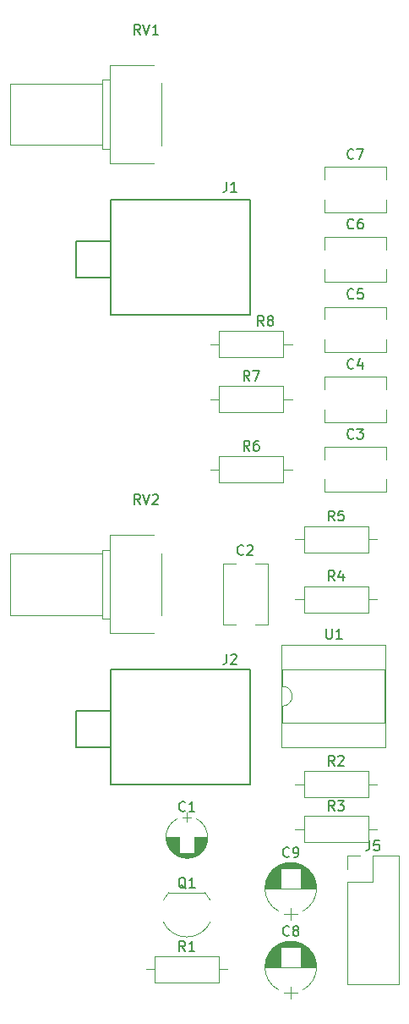
<source format=gbr>
G04 #@! TF.GenerationSoftware,KiCad,Pcbnew,9.0.0*
G04 #@! TF.CreationDate,2025-02-23T16:04:55-07:00*
G04 #@! TF.ProjectId,Noise_Gen_THT,4e6f6973-655f-4476-956e-5f5448542e6b,rev?*
G04 #@! TF.SameCoordinates,Original*
G04 #@! TF.FileFunction,Legend,Top*
G04 #@! TF.FilePolarity,Positive*
%FSLAX46Y46*%
G04 Gerber Fmt 4.6, Leading zero omitted, Abs format (unit mm)*
G04 Created by KiCad (PCBNEW 9.0.0) date 2025-02-23 16:04:55*
%MOMM*%
%LPD*%
G01*
G04 APERTURE LIST*
%ADD10C,0.150000*%
%ADD11C,0.120000*%
G04 APERTURE END LIST*
D10*
X11604666Y-18250819D02*
X11604666Y-18965104D01*
X11604666Y-18965104D02*
X11557047Y-19107961D01*
X11557047Y-19107961D02*
X11461809Y-19203200D01*
X11461809Y-19203200D02*
X11318952Y-19250819D01*
X11318952Y-19250819D02*
X11223714Y-19250819D01*
X12604666Y-19250819D02*
X12033238Y-19250819D01*
X12318952Y-19250819D02*
X12318952Y-18250819D01*
X12318952Y-18250819D02*
X12223714Y-18393676D01*
X12223714Y-18393676D02*
X12128476Y-18488914D01*
X12128476Y-18488914D02*
X12033238Y-18536533D01*
X11604666Y-65494819D02*
X11604666Y-66209104D01*
X11604666Y-66209104D02*
X11557047Y-66351961D01*
X11557047Y-66351961D02*
X11461809Y-66447200D01*
X11461809Y-66447200D02*
X11318952Y-66494819D01*
X11318952Y-66494819D02*
X11223714Y-66494819D01*
X12033238Y-65590057D02*
X12080857Y-65542438D01*
X12080857Y-65542438D02*
X12176095Y-65494819D01*
X12176095Y-65494819D02*
X12414190Y-65494819D01*
X12414190Y-65494819D02*
X12509428Y-65542438D01*
X12509428Y-65542438D02*
X12557047Y-65590057D01*
X12557047Y-65590057D02*
X12604666Y-65685295D01*
X12604666Y-65685295D02*
X12604666Y-65780533D01*
X12604666Y-65780533D02*
X12557047Y-65923390D01*
X12557047Y-65923390D02*
X11985619Y-66494819D01*
X11985619Y-66494819D02*
X12604666Y-66494819D01*
X2960761Y-3502819D02*
X2627428Y-3026628D01*
X2389333Y-3502819D02*
X2389333Y-2502819D01*
X2389333Y-2502819D02*
X2770285Y-2502819D01*
X2770285Y-2502819D02*
X2865523Y-2550438D01*
X2865523Y-2550438D02*
X2913142Y-2598057D01*
X2913142Y-2598057D02*
X2960761Y-2693295D01*
X2960761Y-2693295D02*
X2960761Y-2836152D01*
X2960761Y-2836152D02*
X2913142Y-2931390D01*
X2913142Y-2931390D02*
X2865523Y-2979009D01*
X2865523Y-2979009D02*
X2770285Y-3026628D01*
X2770285Y-3026628D02*
X2389333Y-3026628D01*
X3246476Y-2502819D02*
X3579809Y-3502819D01*
X3579809Y-3502819D02*
X3913142Y-2502819D01*
X4770285Y-3502819D02*
X4198857Y-3502819D01*
X4484571Y-3502819D02*
X4484571Y-2502819D01*
X4484571Y-2502819D02*
X4389333Y-2645676D01*
X4389333Y-2645676D02*
X4294095Y-2740914D01*
X4294095Y-2740914D02*
X4198857Y-2788533D01*
X2960761Y-50492819D02*
X2627428Y-50016628D01*
X2389333Y-50492819D02*
X2389333Y-49492819D01*
X2389333Y-49492819D02*
X2770285Y-49492819D01*
X2770285Y-49492819D02*
X2865523Y-49540438D01*
X2865523Y-49540438D02*
X2913142Y-49588057D01*
X2913142Y-49588057D02*
X2960761Y-49683295D01*
X2960761Y-49683295D02*
X2960761Y-49826152D01*
X2960761Y-49826152D02*
X2913142Y-49921390D01*
X2913142Y-49921390D02*
X2865523Y-49969009D01*
X2865523Y-49969009D02*
X2770285Y-50016628D01*
X2770285Y-50016628D02*
X2389333Y-50016628D01*
X3246476Y-49492819D02*
X3579809Y-50492819D01*
X3579809Y-50492819D02*
X3913142Y-49492819D01*
X4198857Y-49588057D02*
X4246476Y-49540438D01*
X4246476Y-49540438D02*
X4341714Y-49492819D01*
X4341714Y-49492819D02*
X4579809Y-49492819D01*
X4579809Y-49492819D02*
X4675047Y-49540438D01*
X4675047Y-49540438D02*
X4722666Y-49588057D01*
X4722666Y-49588057D02*
X4770285Y-49683295D01*
X4770285Y-49683295D02*
X4770285Y-49778533D01*
X4770285Y-49778533D02*
X4722666Y-49921390D01*
X4722666Y-49921390D02*
X4151238Y-50492819D01*
X4151238Y-50492819D02*
X4770285Y-50492819D01*
X7453333Y-81131580D02*
X7405714Y-81179200D01*
X7405714Y-81179200D02*
X7262857Y-81226819D01*
X7262857Y-81226819D02*
X7167619Y-81226819D01*
X7167619Y-81226819D02*
X7024762Y-81179200D01*
X7024762Y-81179200D02*
X6929524Y-81083961D01*
X6929524Y-81083961D02*
X6881905Y-80988723D01*
X6881905Y-80988723D02*
X6834286Y-80798247D01*
X6834286Y-80798247D02*
X6834286Y-80655390D01*
X6834286Y-80655390D02*
X6881905Y-80464914D01*
X6881905Y-80464914D02*
X6929524Y-80369676D01*
X6929524Y-80369676D02*
X7024762Y-80274438D01*
X7024762Y-80274438D02*
X7167619Y-80226819D01*
X7167619Y-80226819D02*
X7262857Y-80226819D01*
X7262857Y-80226819D02*
X7405714Y-80274438D01*
X7405714Y-80274438D02*
X7453333Y-80322057D01*
X8405714Y-81226819D02*
X7834286Y-81226819D01*
X8120000Y-81226819D02*
X8120000Y-80226819D01*
X8120000Y-80226819D02*
X8024762Y-80369676D01*
X8024762Y-80369676D02*
X7929524Y-80464914D01*
X7929524Y-80464914D02*
X7834286Y-80512533D01*
X24333333Y-36849580D02*
X24285714Y-36897200D01*
X24285714Y-36897200D02*
X24142857Y-36944819D01*
X24142857Y-36944819D02*
X24047619Y-36944819D01*
X24047619Y-36944819D02*
X23904762Y-36897200D01*
X23904762Y-36897200D02*
X23809524Y-36801961D01*
X23809524Y-36801961D02*
X23761905Y-36706723D01*
X23761905Y-36706723D02*
X23714286Y-36516247D01*
X23714286Y-36516247D02*
X23714286Y-36373390D01*
X23714286Y-36373390D02*
X23761905Y-36182914D01*
X23761905Y-36182914D02*
X23809524Y-36087676D01*
X23809524Y-36087676D02*
X23904762Y-35992438D01*
X23904762Y-35992438D02*
X24047619Y-35944819D01*
X24047619Y-35944819D02*
X24142857Y-35944819D01*
X24142857Y-35944819D02*
X24285714Y-35992438D01*
X24285714Y-35992438D02*
X24333333Y-36040057D01*
X25190476Y-36278152D02*
X25190476Y-36944819D01*
X24952381Y-35897200D02*
X24714286Y-36611485D01*
X24714286Y-36611485D02*
X25333333Y-36611485D01*
X24333333Y-29849580D02*
X24285714Y-29897200D01*
X24285714Y-29897200D02*
X24142857Y-29944819D01*
X24142857Y-29944819D02*
X24047619Y-29944819D01*
X24047619Y-29944819D02*
X23904762Y-29897200D01*
X23904762Y-29897200D02*
X23809524Y-29801961D01*
X23809524Y-29801961D02*
X23761905Y-29706723D01*
X23761905Y-29706723D02*
X23714286Y-29516247D01*
X23714286Y-29516247D02*
X23714286Y-29373390D01*
X23714286Y-29373390D02*
X23761905Y-29182914D01*
X23761905Y-29182914D02*
X23809524Y-29087676D01*
X23809524Y-29087676D02*
X23904762Y-28992438D01*
X23904762Y-28992438D02*
X24047619Y-28944819D01*
X24047619Y-28944819D02*
X24142857Y-28944819D01*
X24142857Y-28944819D02*
X24285714Y-28992438D01*
X24285714Y-28992438D02*
X24333333Y-29040057D01*
X25238095Y-28944819D02*
X24761905Y-28944819D01*
X24761905Y-28944819D02*
X24714286Y-29421009D01*
X24714286Y-29421009D02*
X24761905Y-29373390D01*
X24761905Y-29373390D02*
X24857143Y-29325771D01*
X24857143Y-29325771D02*
X25095238Y-29325771D01*
X25095238Y-29325771D02*
X25190476Y-29373390D01*
X25190476Y-29373390D02*
X25238095Y-29421009D01*
X25238095Y-29421009D02*
X25285714Y-29516247D01*
X25285714Y-29516247D02*
X25285714Y-29754342D01*
X25285714Y-29754342D02*
X25238095Y-29849580D01*
X25238095Y-29849580D02*
X25190476Y-29897200D01*
X25190476Y-29897200D02*
X25095238Y-29944819D01*
X25095238Y-29944819D02*
X24857143Y-29944819D01*
X24857143Y-29944819D02*
X24761905Y-29897200D01*
X24761905Y-29897200D02*
X24714286Y-29849580D01*
X24333333Y-22849580D02*
X24285714Y-22897200D01*
X24285714Y-22897200D02*
X24142857Y-22944819D01*
X24142857Y-22944819D02*
X24047619Y-22944819D01*
X24047619Y-22944819D02*
X23904762Y-22897200D01*
X23904762Y-22897200D02*
X23809524Y-22801961D01*
X23809524Y-22801961D02*
X23761905Y-22706723D01*
X23761905Y-22706723D02*
X23714286Y-22516247D01*
X23714286Y-22516247D02*
X23714286Y-22373390D01*
X23714286Y-22373390D02*
X23761905Y-22182914D01*
X23761905Y-22182914D02*
X23809524Y-22087676D01*
X23809524Y-22087676D02*
X23904762Y-21992438D01*
X23904762Y-21992438D02*
X24047619Y-21944819D01*
X24047619Y-21944819D02*
X24142857Y-21944819D01*
X24142857Y-21944819D02*
X24285714Y-21992438D01*
X24285714Y-21992438D02*
X24333333Y-22040057D01*
X25190476Y-21944819D02*
X25000000Y-21944819D01*
X25000000Y-21944819D02*
X24904762Y-21992438D01*
X24904762Y-21992438D02*
X24857143Y-22040057D01*
X24857143Y-22040057D02*
X24761905Y-22182914D01*
X24761905Y-22182914D02*
X24714286Y-22373390D01*
X24714286Y-22373390D02*
X24714286Y-22754342D01*
X24714286Y-22754342D02*
X24761905Y-22849580D01*
X24761905Y-22849580D02*
X24809524Y-22897200D01*
X24809524Y-22897200D02*
X24904762Y-22944819D01*
X24904762Y-22944819D02*
X25095238Y-22944819D01*
X25095238Y-22944819D02*
X25190476Y-22897200D01*
X25190476Y-22897200D02*
X25238095Y-22849580D01*
X25238095Y-22849580D02*
X25285714Y-22754342D01*
X25285714Y-22754342D02*
X25285714Y-22516247D01*
X25285714Y-22516247D02*
X25238095Y-22421009D01*
X25238095Y-22421009D02*
X25190476Y-22373390D01*
X25190476Y-22373390D02*
X25095238Y-22325771D01*
X25095238Y-22325771D02*
X24904762Y-22325771D01*
X24904762Y-22325771D02*
X24809524Y-22373390D01*
X24809524Y-22373390D02*
X24761905Y-22421009D01*
X24761905Y-22421009D02*
X24714286Y-22516247D01*
X24333333Y-15849580D02*
X24285714Y-15897200D01*
X24285714Y-15897200D02*
X24142857Y-15944819D01*
X24142857Y-15944819D02*
X24047619Y-15944819D01*
X24047619Y-15944819D02*
X23904762Y-15897200D01*
X23904762Y-15897200D02*
X23809524Y-15801961D01*
X23809524Y-15801961D02*
X23761905Y-15706723D01*
X23761905Y-15706723D02*
X23714286Y-15516247D01*
X23714286Y-15516247D02*
X23714286Y-15373390D01*
X23714286Y-15373390D02*
X23761905Y-15182914D01*
X23761905Y-15182914D02*
X23809524Y-15087676D01*
X23809524Y-15087676D02*
X23904762Y-14992438D01*
X23904762Y-14992438D02*
X24047619Y-14944819D01*
X24047619Y-14944819D02*
X24142857Y-14944819D01*
X24142857Y-14944819D02*
X24285714Y-14992438D01*
X24285714Y-14992438D02*
X24333333Y-15040057D01*
X24666667Y-14944819D02*
X25333333Y-14944819D01*
X25333333Y-14944819D02*
X24904762Y-15944819D01*
X17867333Y-93577580D02*
X17819714Y-93625200D01*
X17819714Y-93625200D02*
X17676857Y-93672819D01*
X17676857Y-93672819D02*
X17581619Y-93672819D01*
X17581619Y-93672819D02*
X17438762Y-93625200D01*
X17438762Y-93625200D02*
X17343524Y-93529961D01*
X17343524Y-93529961D02*
X17295905Y-93434723D01*
X17295905Y-93434723D02*
X17248286Y-93244247D01*
X17248286Y-93244247D02*
X17248286Y-93101390D01*
X17248286Y-93101390D02*
X17295905Y-92910914D01*
X17295905Y-92910914D02*
X17343524Y-92815676D01*
X17343524Y-92815676D02*
X17438762Y-92720438D01*
X17438762Y-92720438D02*
X17581619Y-92672819D01*
X17581619Y-92672819D02*
X17676857Y-92672819D01*
X17676857Y-92672819D02*
X17819714Y-92720438D01*
X17819714Y-92720438D02*
X17867333Y-92768057D01*
X18438762Y-93101390D02*
X18343524Y-93053771D01*
X18343524Y-93053771D02*
X18295905Y-93006152D01*
X18295905Y-93006152D02*
X18248286Y-92910914D01*
X18248286Y-92910914D02*
X18248286Y-92863295D01*
X18248286Y-92863295D02*
X18295905Y-92768057D01*
X18295905Y-92768057D02*
X18343524Y-92720438D01*
X18343524Y-92720438D02*
X18438762Y-92672819D01*
X18438762Y-92672819D02*
X18629238Y-92672819D01*
X18629238Y-92672819D02*
X18724476Y-92720438D01*
X18724476Y-92720438D02*
X18772095Y-92768057D01*
X18772095Y-92768057D02*
X18819714Y-92863295D01*
X18819714Y-92863295D02*
X18819714Y-92910914D01*
X18819714Y-92910914D02*
X18772095Y-93006152D01*
X18772095Y-93006152D02*
X18724476Y-93053771D01*
X18724476Y-93053771D02*
X18629238Y-93101390D01*
X18629238Y-93101390D02*
X18438762Y-93101390D01*
X18438762Y-93101390D02*
X18343524Y-93149009D01*
X18343524Y-93149009D02*
X18295905Y-93196628D01*
X18295905Y-93196628D02*
X18248286Y-93291866D01*
X18248286Y-93291866D02*
X18248286Y-93482342D01*
X18248286Y-93482342D02*
X18295905Y-93577580D01*
X18295905Y-93577580D02*
X18343524Y-93625200D01*
X18343524Y-93625200D02*
X18438762Y-93672819D01*
X18438762Y-93672819D02*
X18629238Y-93672819D01*
X18629238Y-93672819D02*
X18724476Y-93625200D01*
X18724476Y-93625200D02*
X18772095Y-93577580D01*
X18772095Y-93577580D02*
X18819714Y-93482342D01*
X18819714Y-93482342D02*
X18819714Y-93291866D01*
X18819714Y-93291866D02*
X18772095Y-93196628D01*
X18772095Y-93196628D02*
X18724476Y-93149009D01*
X18724476Y-93149009D02*
X18629238Y-93101390D01*
X17867333Y-85703580D02*
X17819714Y-85751200D01*
X17819714Y-85751200D02*
X17676857Y-85798819D01*
X17676857Y-85798819D02*
X17581619Y-85798819D01*
X17581619Y-85798819D02*
X17438762Y-85751200D01*
X17438762Y-85751200D02*
X17343524Y-85655961D01*
X17343524Y-85655961D02*
X17295905Y-85560723D01*
X17295905Y-85560723D02*
X17248286Y-85370247D01*
X17248286Y-85370247D02*
X17248286Y-85227390D01*
X17248286Y-85227390D02*
X17295905Y-85036914D01*
X17295905Y-85036914D02*
X17343524Y-84941676D01*
X17343524Y-84941676D02*
X17438762Y-84846438D01*
X17438762Y-84846438D02*
X17581619Y-84798819D01*
X17581619Y-84798819D02*
X17676857Y-84798819D01*
X17676857Y-84798819D02*
X17819714Y-84846438D01*
X17819714Y-84846438D02*
X17867333Y-84894057D01*
X18343524Y-85798819D02*
X18534000Y-85798819D01*
X18534000Y-85798819D02*
X18629238Y-85751200D01*
X18629238Y-85751200D02*
X18676857Y-85703580D01*
X18676857Y-85703580D02*
X18772095Y-85560723D01*
X18772095Y-85560723D02*
X18819714Y-85370247D01*
X18819714Y-85370247D02*
X18819714Y-84989295D01*
X18819714Y-84989295D02*
X18772095Y-84894057D01*
X18772095Y-84894057D02*
X18724476Y-84846438D01*
X18724476Y-84846438D02*
X18629238Y-84798819D01*
X18629238Y-84798819D02*
X18438762Y-84798819D01*
X18438762Y-84798819D02*
X18343524Y-84846438D01*
X18343524Y-84846438D02*
X18295905Y-84894057D01*
X18295905Y-84894057D02*
X18248286Y-84989295D01*
X18248286Y-84989295D02*
X18248286Y-85227390D01*
X18248286Y-85227390D02*
X18295905Y-85322628D01*
X18295905Y-85322628D02*
X18343524Y-85370247D01*
X18343524Y-85370247D02*
X18438762Y-85417866D01*
X18438762Y-85417866D02*
X18629238Y-85417866D01*
X18629238Y-85417866D02*
X18724476Y-85370247D01*
X18724476Y-85370247D02*
X18772095Y-85322628D01*
X18772095Y-85322628D02*
X18819714Y-85227390D01*
X25936666Y-84124819D02*
X25936666Y-84839104D01*
X25936666Y-84839104D02*
X25889047Y-84981961D01*
X25889047Y-84981961D02*
X25793809Y-85077200D01*
X25793809Y-85077200D02*
X25650952Y-85124819D01*
X25650952Y-85124819D02*
X25555714Y-85124819D01*
X26889047Y-84124819D02*
X26412857Y-84124819D01*
X26412857Y-84124819D02*
X26365238Y-84601009D01*
X26365238Y-84601009D02*
X26412857Y-84553390D01*
X26412857Y-84553390D02*
X26508095Y-84505771D01*
X26508095Y-84505771D02*
X26746190Y-84505771D01*
X26746190Y-84505771D02*
X26841428Y-84553390D01*
X26841428Y-84553390D02*
X26889047Y-84601009D01*
X26889047Y-84601009D02*
X26936666Y-84696247D01*
X26936666Y-84696247D02*
X26936666Y-84934342D01*
X26936666Y-84934342D02*
X26889047Y-85029580D01*
X26889047Y-85029580D02*
X26841428Y-85077200D01*
X26841428Y-85077200D02*
X26746190Y-85124819D01*
X26746190Y-85124819D02*
X26508095Y-85124819D01*
X26508095Y-85124819D02*
X26412857Y-85077200D01*
X26412857Y-85077200D02*
X26365238Y-85029580D01*
X7524761Y-88942057D02*
X7429523Y-88894438D01*
X7429523Y-88894438D02*
X7334285Y-88799200D01*
X7334285Y-88799200D02*
X7191428Y-88656342D01*
X7191428Y-88656342D02*
X7096190Y-88608723D01*
X7096190Y-88608723D02*
X7000952Y-88608723D01*
X7048571Y-88846819D02*
X6953333Y-88799200D01*
X6953333Y-88799200D02*
X6858095Y-88703961D01*
X6858095Y-88703961D02*
X6810476Y-88513485D01*
X6810476Y-88513485D02*
X6810476Y-88180152D01*
X6810476Y-88180152D02*
X6858095Y-87989676D01*
X6858095Y-87989676D02*
X6953333Y-87894438D01*
X6953333Y-87894438D02*
X7048571Y-87846819D01*
X7048571Y-87846819D02*
X7239047Y-87846819D01*
X7239047Y-87846819D02*
X7334285Y-87894438D01*
X7334285Y-87894438D02*
X7429523Y-87989676D01*
X7429523Y-87989676D02*
X7477142Y-88180152D01*
X7477142Y-88180152D02*
X7477142Y-88513485D01*
X7477142Y-88513485D02*
X7429523Y-88703961D01*
X7429523Y-88703961D02*
X7334285Y-88799200D01*
X7334285Y-88799200D02*
X7239047Y-88846819D01*
X7239047Y-88846819D02*
X7048571Y-88846819D01*
X8429523Y-88846819D02*
X7858095Y-88846819D01*
X8143809Y-88846819D02*
X8143809Y-87846819D01*
X8143809Y-87846819D02*
X8048571Y-87989676D01*
X8048571Y-87989676D02*
X7953333Y-88084914D01*
X7953333Y-88084914D02*
X7858095Y-88132533D01*
X7453333Y-95196819D02*
X7120000Y-94720628D01*
X6881905Y-95196819D02*
X6881905Y-94196819D01*
X6881905Y-94196819D02*
X7262857Y-94196819D01*
X7262857Y-94196819D02*
X7358095Y-94244438D01*
X7358095Y-94244438D02*
X7405714Y-94292057D01*
X7405714Y-94292057D02*
X7453333Y-94387295D01*
X7453333Y-94387295D02*
X7453333Y-94530152D01*
X7453333Y-94530152D02*
X7405714Y-94625390D01*
X7405714Y-94625390D02*
X7358095Y-94673009D01*
X7358095Y-94673009D02*
X7262857Y-94720628D01*
X7262857Y-94720628D02*
X6881905Y-94720628D01*
X8405714Y-95196819D02*
X7834286Y-95196819D01*
X8120000Y-95196819D02*
X8120000Y-94196819D01*
X8120000Y-94196819D02*
X8024762Y-94339676D01*
X8024762Y-94339676D02*
X7929524Y-94434914D01*
X7929524Y-94434914D02*
X7834286Y-94482533D01*
X22413333Y-76644819D02*
X22080000Y-76168628D01*
X21841905Y-76644819D02*
X21841905Y-75644819D01*
X21841905Y-75644819D02*
X22222857Y-75644819D01*
X22222857Y-75644819D02*
X22318095Y-75692438D01*
X22318095Y-75692438D02*
X22365714Y-75740057D01*
X22365714Y-75740057D02*
X22413333Y-75835295D01*
X22413333Y-75835295D02*
X22413333Y-75978152D01*
X22413333Y-75978152D02*
X22365714Y-76073390D01*
X22365714Y-76073390D02*
X22318095Y-76121009D01*
X22318095Y-76121009D02*
X22222857Y-76168628D01*
X22222857Y-76168628D02*
X21841905Y-76168628D01*
X22794286Y-75740057D02*
X22841905Y-75692438D01*
X22841905Y-75692438D02*
X22937143Y-75644819D01*
X22937143Y-75644819D02*
X23175238Y-75644819D01*
X23175238Y-75644819D02*
X23270476Y-75692438D01*
X23270476Y-75692438D02*
X23318095Y-75740057D01*
X23318095Y-75740057D02*
X23365714Y-75835295D01*
X23365714Y-75835295D02*
X23365714Y-75930533D01*
X23365714Y-75930533D02*
X23318095Y-76073390D01*
X23318095Y-76073390D02*
X22746667Y-76644819D01*
X22746667Y-76644819D02*
X23365714Y-76644819D01*
X22413333Y-81144819D02*
X22080000Y-80668628D01*
X21841905Y-81144819D02*
X21841905Y-80144819D01*
X21841905Y-80144819D02*
X22222857Y-80144819D01*
X22222857Y-80144819D02*
X22318095Y-80192438D01*
X22318095Y-80192438D02*
X22365714Y-80240057D01*
X22365714Y-80240057D02*
X22413333Y-80335295D01*
X22413333Y-80335295D02*
X22413333Y-80478152D01*
X22413333Y-80478152D02*
X22365714Y-80573390D01*
X22365714Y-80573390D02*
X22318095Y-80621009D01*
X22318095Y-80621009D02*
X22222857Y-80668628D01*
X22222857Y-80668628D02*
X21841905Y-80668628D01*
X22746667Y-80144819D02*
X23365714Y-80144819D01*
X23365714Y-80144819D02*
X23032381Y-80525771D01*
X23032381Y-80525771D02*
X23175238Y-80525771D01*
X23175238Y-80525771D02*
X23270476Y-80573390D01*
X23270476Y-80573390D02*
X23318095Y-80621009D01*
X23318095Y-80621009D02*
X23365714Y-80716247D01*
X23365714Y-80716247D02*
X23365714Y-80954342D01*
X23365714Y-80954342D02*
X23318095Y-81049580D01*
X23318095Y-81049580D02*
X23270476Y-81097200D01*
X23270476Y-81097200D02*
X23175238Y-81144819D01*
X23175238Y-81144819D02*
X22889524Y-81144819D01*
X22889524Y-81144819D02*
X22794286Y-81097200D01*
X22794286Y-81097200D02*
X22746667Y-81049580D01*
X22413333Y-58144819D02*
X22080000Y-57668628D01*
X21841905Y-58144819D02*
X21841905Y-57144819D01*
X21841905Y-57144819D02*
X22222857Y-57144819D01*
X22222857Y-57144819D02*
X22318095Y-57192438D01*
X22318095Y-57192438D02*
X22365714Y-57240057D01*
X22365714Y-57240057D02*
X22413333Y-57335295D01*
X22413333Y-57335295D02*
X22413333Y-57478152D01*
X22413333Y-57478152D02*
X22365714Y-57573390D01*
X22365714Y-57573390D02*
X22318095Y-57621009D01*
X22318095Y-57621009D02*
X22222857Y-57668628D01*
X22222857Y-57668628D02*
X21841905Y-57668628D01*
X23270476Y-57478152D02*
X23270476Y-58144819D01*
X23032381Y-57097200D02*
X22794286Y-57811485D01*
X22794286Y-57811485D02*
X23413333Y-57811485D01*
X22413333Y-52144819D02*
X22080000Y-51668628D01*
X21841905Y-52144819D02*
X21841905Y-51144819D01*
X21841905Y-51144819D02*
X22222857Y-51144819D01*
X22222857Y-51144819D02*
X22318095Y-51192438D01*
X22318095Y-51192438D02*
X22365714Y-51240057D01*
X22365714Y-51240057D02*
X22413333Y-51335295D01*
X22413333Y-51335295D02*
X22413333Y-51478152D01*
X22413333Y-51478152D02*
X22365714Y-51573390D01*
X22365714Y-51573390D02*
X22318095Y-51621009D01*
X22318095Y-51621009D02*
X22222857Y-51668628D01*
X22222857Y-51668628D02*
X21841905Y-51668628D01*
X23318095Y-51144819D02*
X22841905Y-51144819D01*
X22841905Y-51144819D02*
X22794286Y-51621009D01*
X22794286Y-51621009D02*
X22841905Y-51573390D01*
X22841905Y-51573390D02*
X22937143Y-51525771D01*
X22937143Y-51525771D02*
X23175238Y-51525771D01*
X23175238Y-51525771D02*
X23270476Y-51573390D01*
X23270476Y-51573390D02*
X23318095Y-51621009D01*
X23318095Y-51621009D02*
X23365714Y-51716247D01*
X23365714Y-51716247D02*
X23365714Y-51954342D01*
X23365714Y-51954342D02*
X23318095Y-52049580D01*
X23318095Y-52049580D02*
X23270476Y-52097200D01*
X23270476Y-52097200D02*
X23175238Y-52144819D01*
X23175238Y-52144819D02*
X22937143Y-52144819D01*
X22937143Y-52144819D02*
X22841905Y-52097200D01*
X22841905Y-52097200D02*
X22794286Y-52049580D01*
X13913333Y-45144819D02*
X13580000Y-44668628D01*
X13341905Y-45144819D02*
X13341905Y-44144819D01*
X13341905Y-44144819D02*
X13722857Y-44144819D01*
X13722857Y-44144819D02*
X13818095Y-44192438D01*
X13818095Y-44192438D02*
X13865714Y-44240057D01*
X13865714Y-44240057D02*
X13913333Y-44335295D01*
X13913333Y-44335295D02*
X13913333Y-44478152D01*
X13913333Y-44478152D02*
X13865714Y-44573390D01*
X13865714Y-44573390D02*
X13818095Y-44621009D01*
X13818095Y-44621009D02*
X13722857Y-44668628D01*
X13722857Y-44668628D02*
X13341905Y-44668628D01*
X14770476Y-44144819D02*
X14580000Y-44144819D01*
X14580000Y-44144819D02*
X14484762Y-44192438D01*
X14484762Y-44192438D02*
X14437143Y-44240057D01*
X14437143Y-44240057D02*
X14341905Y-44382914D01*
X14341905Y-44382914D02*
X14294286Y-44573390D01*
X14294286Y-44573390D02*
X14294286Y-44954342D01*
X14294286Y-44954342D02*
X14341905Y-45049580D01*
X14341905Y-45049580D02*
X14389524Y-45097200D01*
X14389524Y-45097200D02*
X14484762Y-45144819D01*
X14484762Y-45144819D02*
X14675238Y-45144819D01*
X14675238Y-45144819D02*
X14770476Y-45097200D01*
X14770476Y-45097200D02*
X14818095Y-45049580D01*
X14818095Y-45049580D02*
X14865714Y-44954342D01*
X14865714Y-44954342D02*
X14865714Y-44716247D01*
X14865714Y-44716247D02*
X14818095Y-44621009D01*
X14818095Y-44621009D02*
X14770476Y-44573390D01*
X14770476Y-44573390D02*
X14675238Y-44525771D01*
X14675238Y-44525771D02*
X14484762Y-44525771D01*
X14484762Y-44525771D02*
X14389524Y-44573390D01*
X14389524Y-44573390D02*
X14341905Y-44621009D01*
X14341905Y-44621009D02*
X14294286Y-44716247D01*
X13913333Y-38144819D02*
X13580000Y-37668628D01*
X13341905Y-38144819D02*
X13341905Y-37144819D01*
X13341905Y-37144819D02*
X13722857Y-37144819D01*
X13722857Y-37144819D02*
X13818095Y-37192438D01*
X13818095Y-37192438D02*
X13865714Y-37240057D01*
X13865714Y-37240057D02*
X13913333Y-37335295D01*
X13913333Y-37335295D02*
X13913333Y-37478152D01*
X13913333Y-37478152D02*
X13865714Y-37573390D01*
X13865714Y-37573390D02*
X13818095Y-37621009D01*
X13818095Y-37621009D02*
X13722857Y-37668628D01*
X13722857Y-37668628D02*
X13341905Y-37668628D01*
X14246667Y-37144819D02*
X14913333Y-37144819D01*
X14913333Y-37144819D02*
X14484762Y-38144819D01*
X15327333Y-32644819D02*
X14994000Y-32168628D01*
X14755905Y-32644819D02*
X14755905Y-31644819D01*
X14755905Y-31644819D02*
X15136857Y-31644819D01*
X15136857Y-31644819D02*
X15232095Y-31692438D01*
X15232095Y-31692438D02*
X15279714Y-31740057D01*
X15279714Y-31740057D02*
X15327333Y-31835295D01*
X15327333Y-31835295D02*
X15327333Y-31978152D01*
X15327333Y-31978152D02*
X15279714Y-32073390D01*
X15279714Y-32073390D02*
X15232095Y-32121009D01*
X15232095Y-32121009D02*
X15136857Y-32168628D01*
X15136857Y-32168628D02*
X14755905Y-32168628D01*
X15898762Y-32073390D02*
X15803524Y-32025771D01*
X15803524Y-32025771D02*
X15755905Y-31978152D01*
X15755905Y-31978152D02*
X15708286Y-31882914D01*
X15708286Y-31882914D02*
X15708286Y-31835295D01*
X15708286Y-31835295D02*
X15755905Y-31740057D01*
X15755905Y-31740057D02*
X15803524Y-31692438D01*
X15803524Y-31692438D02*
X15898762Y-31644819D01*
X15898762Y-31644819D02*
X16089238Y-31644819D01*
X16089238Y-31644819D02*
X16184476Y-31692438D01*
X16184476Y-31692438D02*
X16232095Y-31740057D01*
X16232095Y-31740057D02*
X16279714Y-31835295D01*
X16279714Y-31835295D02*
X16279714Y-31882914D01*
X16279714Y-31882914D02*
X16232095Y-31978152D01*
X16232095Y-31978152D02*
X16184476Y-32025771D01*
X16184476Y-32025771D02*
X16089238Y-32073390D01*
X16089238Y-32073390D02*
X15898762Y-32073390D01*
X15898762Y-32073390D02*
X15803524Y-32121009D01*
X15803524Y-32121009D02*
X15755905Y-32168628D01*
X15755905Y-32168628D02*
X15708286Y-32263866D01*
X15708286Y-32263866D02*
X15708286Y-32454342D01*
X15708286Y-32454342D02*
X15755905Y-32549580D01*
X15755905Y-32549580D02*
X15803524Y-32597200D01*
X15803524Y-32597200D02*
X15898762Y-32644819D01*
X15898762Y-32644819D02*
X16089238Y-32644819D01*
X16089238Y-32644819D02*
X16184476Y-32597200D01*
X16184476Y-32597200D02*
X16232095Y-32549580D01*
X16232095Y-32549580D02*
X16279714Y-32454342D01*
X16279714Y-32454342D02*
X16279714Y-32263866D01*
X16279714Y-32263866D02*
X16232095Y-32168628D01*
X16232095Y-32168628D02*
X16184476Y-32121009D01*
X16184476Y-32121009D02*
X16089238Y-32073390D01*
X24333333Y-43849580D02*
X24285714Y-43897200D01*
X24285714Y-43897200D02*
X24142857Y-43944819D01*
X24142857Y-43944819D02*
X24047619Y-43944819D01*
X24047619Y-43944819D02*
X23904762Y-43897200D01*
X23904762Y-43897200D02*
X23809524Y-43801961D01*
X23809524Y-43801961D02*
X23761905Y-43706723D01*
X23761905Y-43706723D02*
X23714286Y-43516247D01*
X23714286Y-43516247D02*
X23714286Y-43373390D01*
X23714286Y-43373390D02*
X23761905Y-43182914D01*
X23761905Y-43182914D02*
X23809524Y-43087676D01*
X23809524Y-43087676D02*
X23904762Y-42992438D01*
X23904762Y-42992438D02*
X24047619Y-42944819D01*
X24047619Y-42944819D02*
X24142857Y-42944819D01*
X24142857Y-42944819D02*
X24285714Y-42992438D01*
X24285714Y-42992438D02*
X24333333Y-43040057D01*
X24666667Y-42944819D02*
X25285714Y-42944819D01*
X25285714Y-42944819D02*
X24952381Y-43325771D01*
X24952381Y-43325771D02*
X25095238Y-43325771D01*
X25095238Y-43325771D02*
X25190476Y-43373390D01*
X25190476Y-43373390D02*
X25238095Y-43421009D01*
X25238095Y-43421009D02*
X25285714Y-43516247D01*
X25285714Y-43516247D02*
X25285714Y-43754342D01*
X25285714Y-43754342D02*
X25238095Y-43849580D01*
X25238095Y-43849580D02*
X25190476Y-43897200D01*
X25190476Y-43897200D02*
X25095238Y-43944819D01*
X25095238Y-43944819D02*
X24809524Y-43944819D01*
X24809524Y-43944819D02*
X24714286Y-43897200D01*
X24714286Y-43897200D02*
X24666667Y-43849580D01*
X21590095Y-62954819D02*
X21590095Y-63764342D01*
X21590095Y-63764342D02*
X21637714Y-63859580D01*
X21637714Y-63859580D02*
X21685333Y-63907200D01*
X21685333Y-63907200D02*
X21780571Y-63954819D01*
X21780571Y-63954819D02*
X21971047Y-63954819D01*
X21971047Y-63954819D02*
X22066285Y-63907200D01*
X22066285Y-63907200D02*
X22113904Y-63859580D01*
X22113904Y-63859580D02*
X22161523Y-63764342D01*
X22161523Y-63764342D02*
X22161523Y-62954819D01*
X23161523Y-63954819D02*
X22590095Y-63954819D01*
X22875809Y-63954819D02*
X22875809Y-62954819D01*
X22875809Y-62954819D02*
X22780571Y-63097676D01*
X22780571Y-63097676D02*
X22685333Y-63192914D01*
X22685333Y-63192914D02*
X22590095Y-63240533D01*
X13295333Y-55477580D02*
X13247714Y-55525200D01*
X13247714Y-55525200D02*
X13104857Y-55572819D01*
X13104857Y-55572819D02*
X13009619Y-55572819D01*
X13009619Y-55572819D02*
X12866762Y-55525200D01*
X12866762Y-55525200D02*
X12771524Y-55429961D01*
X12771524Y-55429961D02*
X12723905Y-55334723D01*
X12723905Y-55334723D02*
X12676286Y-55144247D01*
X12676286Y-55144247D02*
X12676286Y-55001390D01*
X12676286Y-55001390D02*
X12723905Y-54810914D01*
X12723905Y-54810914D02*
X12771524Y-54715676D01*
X12771524Y-54715676D02*
X12866762Y-54620438D01*
X12866762Y-54620438D02*
X13009619Y-54572819D01*
X13009619Y-54572819D02*
X13104857Y-54572819D01*
X13104857Y-54572819D02*
X13247714Y-54620438D01*
X13247714Y-54620438D02*
X13295333Y-54668057D01*
X13676286Y-54668057D02*
X13723905Y-54620438D01*
X13723905Y-54620438D02*
X13819143Y-54572819D01*
X13819143Y-54572819D02*
X14057238Y-54572819D01*
X14057238Y-54572819D02*
X14152476Y-54620438D01*
X14152476Y-54620438D02*
X14200095Y-54668057D01*
X14200095Y-54668057D02*
X14247714Y-54763295D01*
X14247714Y-54763295D02*
X14247714Y-54858533D01*
X14247714Y-54858533D02*
X14200095Y-55001390D01*
X14200095Y-55001390D02*
X13628667Y-55572819D01*
X13628667Y-55572819D02*
X14247714Y-55572819D01*
X-3500000Y-24200000D02*
X-3500000Y-27800000D01*
X0Y-20000000D02*
X14000000Y-20000000D01*
X0Y-24200000D02*
X-3500000Y-24200000D01*
X0Y-27800000D02*
X-3500000Y-27800000D01*
X0Y-31500000D02*
X0Y-20000000D01*
X14000000Y-20000000D02*
X14000000Y-31500000D01*
X14000000Y-31500000D02*
X0Y-31500000D01*
X-3500000Y-71200000D02*
X-3500000Y-74800000D01*
X0Y-67000000D02*
X14000000Y-67000000D01*
X0Y-71200000D02*
X-3500000Y-71200000D01*
X0Y-74800000D02*
X-3500000Y-74800000D01*
X0Y-78500000D02*
X0Y-67000000D01*
X14000000Y-67000000D02*
X14000000Y-78500000D01*
X14000000Y-78500000D02*
X0Y-78500000D01*
D11*
X-10060000Y-14560000D02*
X-10060000Y-8440000D01*
X-860000Y-8440000D02*
X-10060000Y-8440000D01*
X-860000Y-14560000D02*
X-10060000Y-14560000D01*
X-860000Y-14560000D02*
X-860000Y-8440000D01*
X-860000Y-14960000D02*
X-860000Y-8040000D01*
X-60000Y-8040000D02*
X-860000Y-8040000D01*
X-60000Y-14960000D02*
X-860000Y-14960000D01*
X-60000Y-14960000D02*
X-60000Y-8040000D01*
X-60000Y-16410000D02*
X-60000Y-6590000D01*
X4305000Y-6590000D02*
X-60000Y-6590000D01*
X4305000Y-16410000D02*
X-60000Y-16410000D01*
X5060000Y-14625000D02*
X5060000Y-8375000D01*
X-10060000Y-61560000D02*
X-10060000Y-55440000D01*
X-860000Y-55440000D02*
X-10060000Y-55440000D01*
X-860000Y-61560000D02*
X-10060000Y-61560000D01*
X-860000Y-61560000D02*
X-860000Y-55440000D01*
X-860000Y-61960000D02*
X-860000Y-55040000D01*
X-60000Y-55040000D02*
X-860000Y-55040000D01*
X-60000Y-61960000D02*
X-860000Y-61960000D01*
X-60000Y-61960000D02*
X-60000Y-55040000D01*
X-60000Y-63410000D02*
X-60000Y-53590000D01*
X4305000Y-53590000D02*
X-60000Y-53590000D01*
X4305000Y-63410000D02*
X-60000Y-63410000D01*
X5060000Y-61625000D02*
X5060000Y-55375000D01*
X6840000Y-83808000D02*
X5570000Y-83808000D01*
X6840000Y-83848000D02*
X5570000Y-83848000D01*
X6840000Y-83888000D02*
X5571000Y-83888000D01*
X6840000Y-83928000D02*
X5573000Y-83928000D01*
X6840000Y-83968000D02*
X5576000Y-83968000D01*
X6840000Y-84008000D02*
X5579000Y-84008000D01*
X6840000Y-84048000D02*
X5583000Y-84048000D01*
X6840000Y-84088000D02*
X5588000Y-84088000D01*
X6840000Y-84128000D02*
X5594000Y-84128000D01*
X6840000Y-84168000D02*
X5601000Y-84168000D01*
X6840000Y-84208000D02*
X5608000Y-84208000D01*
X6840000Y-84248000D02*
X5616000Y-84248000D01*
X6840000Y-84288000D02*
X5625000Y-84288000D01*
X6840000Y-84328000D02*
X5635000Y-84328000D01*
X6840000Y-84368000D02*
X5646000Y-84368000D01*
X6840000Y-84408000D02*
X5657000Y-84408000D01*
X6840000Y-84448000D02*
X5670000Y-84448000D01*
X6840000Y-84488000D02*
X5683000Y-84488000D01*
X6840000Y-84529000D02*
X5697000Y-84529000D01*
X6840000Y-84569000D02*
X5713000Y-84569000D01*
X6840000Y-84609000D02*
X5729000Y-84609000D01*
X6840000Y-84649000D02*
X5746000Y-84649000D01*
X6840000Y-84689000D02*
X5764000Y-84689000D01*
X6840000Y-84729000D02*
X5783000Y-84729000D01*
X6840000Y-84769000D02*
X5803000Y-84769000D01*
X6840000Y-84809000D02*
X5824000Y-84809000D01*
X6840000Y-84849000D02*
X5847000Y-84849000D01*
X6840000Y-84889000D02*
X5870000Y-84889000D01*
X6840000Y-84929000D02*
X5895000Y-84929000D01*
X6840000Y-84969000D02*
X5921000Y-84969000D01*
X6840000Y-85009000D02*
X5948000Y-85009000D01*
X6840000Y-85049000D02*
X5977000Y-85049000D01*
X6840000Y-85089000D02*
X6007000Y-85089000D01*
X6840000Y-85129000D02*
X6039000Y-85129000D01*
X6840000Y-85169000D02*
X6073000Y-85169000D01*
X6840000Y-85209000D02*
X6108000Y-85209000D01*
X6840000Y-85249000D02*
X6145000Y-85249000D01*
X6840000Y-85289000D02*
X6184000Y-85289000D01*
X6840000Y-85329000D02*
X6225000Y-85329000D01*
X7620000Y-81358000D02*
X7620000Y-82258000D01*
X7785000Y-85889000D02*
X7455000Y-85889000D01*
X8035000Y-85849000D02*
X7205000Y-85849000D01*
X8070000Y-81808000D02*
X7170000Y-81808000D01*
X8187000Y-85809000D02*
X7053000Y-85809000D01*
X8306000Y-85769000D02*
X6934000Y-85769000D01*
X8406000Y-85729000D02*
X6834000Y-85729000D01*
X8494000Y-85689000D02*
X6746000Y-85689000D01*
X8572000Y-85649000D02*
X6668000Y-85649000D01*
X8643000Y-85609000D02*
X6597000Y-85609000D01*
X8708000Y-85569000D02*
X6532000Y-85569000D01*
X8768000Y-85529000D02*
X6472000Y-85529000D01*
X8824000Y-85489000D02*
X6416000Y-85489000D01*
X8876000Y-85449000D02*
X6364000Y-85449000D01*
X8925000Y-85409000D02*
X6315000Y-85409000D01*
X8971000Y-85369000D02*
X6269000Y-85369000D01*
X9015000Y-85329000D02*
X8400000Y-85329000D01*
X9056000Y-85289000D02*
X8400000Y-85289000D01*
X9095000Y-85249000D02*
X8400000Y-85249000D01*
X9132000Y-85209000D02*
X8400000Y-85209000D01*
X9167000Y-85169000D02*
X8400000Y-85169000D01*
X9201000Y-85129000D02*
X8400000Y-85129000D01*
X9233000Y-85089000D02*
X8400000Y-85089000D01*
X9263000Y-85049000D02*
X8400000Y-85049000D01*
X9292000Y-85009000D02*
X8400000Y-85009000D01*
X9319000Y-84969000D02*
X8400000Y-84969000D01*
X9345000Y-84929000D02*
X8400000Y-84929000D01*
X9370000Y-84889000D02*
X8400000Y-84889000D01*
X9393000Y-84849000D02*
X8400000Y-84849000D01*
X9416000Y-84809000D02*
X8400000Y-84809000D01*
X9437000Y-84769000D02*
X8400000Y-84769000D01*
X9457000Y-84729000D02*
X8400000Y-84729000D01*
X9476000Y-84689000D02*
X8400000Y-84689000D01*
X9494000Y-84649000D02*
X8400000Y-84649000D01*
X9511000Y-84609000D02*
X8400000Y-84609000D01*
X9527000Y-84569000D02*
X8400000Y-84569000D01*
X9543000Y-84529000D02*
X8400000Y-84529000D01*
X9557000Y-84488000D02*
X8400000Y-84488000D01*
X9570000Y-84448000D02*
X8400000Y-84448000D01*
X9583000Y-84408000D02*
X8400000Y-84408000D01*
X9594000Y-84368000D02*
X8400000Y-84368000D01*
X9605000Y-84328000D02*
X8400000Y-84328000D01*
X9615000Y-84288000D02*
X8400000Y-84288000D01*
X9624000Y-84248000D02*
X8400000Y-84248000D01*
X9632000Y-84208000D02*
X8400000Y-84208000D01*
X9639000Y-84168000D02*
X8400000Y-84168000D01*
X9646000Y-84128000D02*
X8400000Y-84128000D01*
X9652000Y-84088000D02*
X8400000Y-84088000D01*
X9657000Y-84048000D02*
X8400000Y-84048000D01*
X9661000Y-84008000D02*
X8400000Y-84008000D01*
X9664000Y-83968000D02*
X8400000Y-83968000D01*
X9667000Y-83928000D02*
X8400000Y-83928000D01*
X9669000Y-83888000D02*
X8400000Y-83888000D01*
X9670000Y-83808000D02*
X8400000Y-83808000D01*
X9670000Y-83848000D02*
X8400000Y-83848000D01*
X6640830Y-85654436D02*
G75*
G02*
X6640000Y-81962004I979170J1846436D01*
G01*
X8600000Y-81962004D02*
G75*
G02*
X8599170Y-85654436I-980000J-1845996D01*
G01*
X8600000Y-85653996D02*
G75*
G02*
X6640830Y-85654436I-980000J1845996D01*
G01*
X21440000Y-37740000D02*
X21440000Y-39004000D01*
X21440000Y-37740000D02*
X27560000Y-37740000D01*
X21440000Y-40996000D02*
X21440000Y-42260000D01*
X21440000Y-42260000D02*
X27560000Y-42260000D01*
X27560000Y-37740000D02*
X27560000Y-39004000D01*
X27560000Y-40996000D02*
X27560000Y-42260000D01*
X21440000Y-30740000D02*
X21440000Y-32004000D01*
X21440000Y-30740000D02*
X27560000Y-30740000D01*
X21440000Y-33996000D02*
X21440000Y-35260000D01*
X21440000Y-35260000D02*
X27560000Y-35260000D01*
X27560000Y-30740000D02*
X27560000Y-32004000D01*
X27560000Y-33996000D02*
X27560000Y-35260000D01*
X21440000Y-23740000D02*
X21440000Y-25004000D01*
X21440000Y-23740000D02*
X27560000Y-23740000D01*
X21440000Y-26996000D02*
X21440000Y-28260000D01*
X21440000Y-28260000D02*
X27560000Y-28260000D01*
X27560000Y-23740000D02*
X27560000Y-25004000D01*
X27560000Y-26996000D02*
X27560000Y-28260000D01*
X21440000Y-16740000D02*
X21440000Y-18004000D01*
X21440000Y-16740000D02*
X27560000Y-16740000D01*
X21440000Y-19996000D02*
X21440000Y-21260000D01*
X21440000Y-21260000D02*
X27560000Y-21260000D01*
X27560000Y-16740000D02*
X27560000Y-18004000D01*
X27560000Y-19996000D02*
X27560000Y-21260000D01*
X15484000Y-96750000D02*
X17054000Y-96750000D01*
X15484000Y-96790000D02*
X20584000Y-96790000D01*
X15485000Y-96710000D02*
X17054000Y-96710000D01*
X15486000Y-96670000D02*
X17054000Y-96670000D01*
X15488000Y-96630000D02*
X17054000Y-96630000D01*
X15491000Y-96590000D02*
X17054000Y-96590000D01*
X15495000Y-96550000D02*
X17054000Y-96550000D01*
X15499000Y-96510000D02*
X17054000Y-96510000D01*
X15503000Y-96470000D02*
X17054000Y-96470000D01*
X15509000Y-96430000D02*
X17054000Y-96430000D01*
X15515000Y-96390000D02*
X17054000Y-96390000D01*
X15521000Y-96350000D02*
X17054000Y-96350000D01*
X15528000Y-96310000D02*
X17054000Y-96310000D01*
X15536000Y-96270000D02*
X17054000Y-96270000D01*
X15545000Y-96230000D02*
X17054000Y-96230000D01*
X15554000Y-96190000D02*
X17054000Y-96190000D01*
X15564000Y-96150000D02*
X17054000Y-96150000D01*
X15574000Y-96110000D02*
X17054000Y-96110000D01*
X15586000Y-96069000D02*
X17054000Y-96069000D01*
X15598000Y-96029000D02*
X17054000Y-96029000D01*
X15610000Y-95989000D02*
X17054000Y-95989000D01*
X15624000Y-95949000D02*
X17054000Y-95949000D01*
X15638000Y-95909000D02*
X17054000Y-95909000D01*
X15652000Y-95869000D02*
X17054000Y-95869000D01*
X15668000Y-95829000D02*
X17054000Y-95829000D01*
X15684000Y-95789000D02*
X17054000Y-95789000D01*
X15701000Y-95749000D02*
X17054000Y-95749000D01*
X15719000Y-95709000D02*
X17054000Y-95709000D01*
X15738000Y-95669000D02*
X17054000Y-95669000D01*
X15758000Y-95629000D02*
X17054000Y-95629000D01*
X15778000Y-95589000D02*
X17054000Y-95589000D01*
X15800000Y-95549000D02*
X17054000Y-95549000D01*
X15822000Y-95509000D02*
X17054000Y-95509000D01*
X15845000Y-95469000D02*
X17054000Y-95469000D01*
X15869000Y-95429000D02*
X17054000Y-95429000D01*
X15894000Y-95389000D02*
X17054000Y-95389000D01*
X15921000Y-95349000D02*
X17054000Y-95349000D01*
X15948000Y-95309000D02*
X17054000Y-95309000D01*
X15976000Y-95269000D02*
X17054000Y-95269000D01*
X16006000Y-95229000D02*
X17054000Y-95229000D01*
X16037000Y-95189000D02*
X17054000Y-95189000D01*
X16069000Y-95149000D02*
X17054000Y-95149000D01*
X16102000Y-95109000D02*
X17054000Y-95109000D01*
X16137000Y-95069000D02*
X17054000Y-95069000D01*
X16173000Y-95029000D02*
X17054000Y-95029000D01*
X16211000Y-94989000D02*
X17054000Y-94989000D01*
X16251000Y-94949000D02*
X17054000Y-94949000D01*
X16292000Y-94909000D02*
X17054000Y-94909000D01*
X16335000Y-94869000D02*
X17054000Y-94869000D01*
X16380000Y-94829000D02*
X17054000Y-94829000D01*
X16428000Y-94789000D02*
X19640000Y-94789000D01*
X16478000Y-94749000D02*
X19590000Y-94749000D01*
X16530000Y-94709000D02*
X19538000Y-94709000D01*
X16586000Y-94669000D02*
X19482000Y-94669000D01*
X16644000Y-94629000D02*
X19424000Y-94629000D01*
X16707000Y-94589000D02*
X19361000Y-94589000D01*
X16773000Y-94549000D02*
X19295000Y-94549000D01*
X16845000Y-94509000D02*
X19223000Y-94509000D01*
X16922000Y-94469000D02*
X19146000Y-94469000D01*
X17006000Y-94429000D02*
X19062000Y-94429000D01*
X17100000Y-94389000D02*
X18968000Y-94389000D01*
X17205000Y-94349000D02*
X18863000Y-94349000D01*
X17327000Y-94309000D02*
X18741000Y-94309000D01*
X17384000Y-99390000D02*
X18684000Y-99390000D01*
X17475000Y-94269000D02*
X18593000Y-94269000D01*
X17680000Y-94229000D02*
X18388000Y-94229000D01*
X18034000Y-99990000D02*
X18034000Y-98790000D01*
X19014000Y-94829000D02*
X19688000Y-94829000D01*
X19014000Y-94869000D02*
X19733000Y-94869000D01*
X19014000Y-94909000D02*
X19776000Y-94909000D01*
X19014000Y-94949000D02*
X19817000Y-94949000D01*
X19014000Y-94989000D02*
X19857000Y-94989000D01*
X19014000Y-95029000D02*
X19895000Y-95029000D01*
X19014000Y-95069000D02*
X19931000Y-95069000D01*
X19014000Y-95109000D02*
X19966000Y-95109000D01*
X19014000Y-95149000D02*
X19999000Y-95149000D01*
X19014000Y-95189000D02*
X20031000Y-95189000D01*
X19014000Y-95229000D02*
X20062000Y-95229000D01*
X19014000Y-95269000D02*
X20092000Y-95269000D01*
X19014000Y-95309000D02*
X20120000Y-95309000D01*
X19014000Y-95349000D02*
X20147000Y-95349000D01*
X19014000Y-95389000D02*
X20174000Y-95389000D01*
X19014000Y-95429000D02*
X20199000Y-95429000D01*
X19014000Y-95469000D02*
X20223000Y-95469000D01*
X19014000Y-95509000D02*
X20246000Y-95509000D01*
X19014000Y-95549000D02*
X20268000Y-95549000D01*
X19014000Y-95589000D02*
X20290000Y-95589000D01*
X19014000Y-95629000D02*
X20310000Y-95629000D01*
X19014000Y-95669000D02*
X20330000Y-95669000D01*
X19014000Y-95709000D02*
X20349000Y-95709000D01*
X19014000Y-95749000D02*
X20367000Y-95749000D01*
X19014000Y-95789000D02*
X20384000Y-95789000D01*
X19014000Y-95829000D02*
X20400000Y-95829000D01*
X19014000Y-95869000D02*
X20416000Y-95869000D01*
X19014000Y-95909000D02*
X20430000Y-95909000D01*
X19014000Y-95949000D02*
X20444000Y-95949000D01*
X19014000Y-95989000D02*
X20458000Y-95989000D01*
X19014000Y-96029000D02*
X20470000Y-96029000D01*
X19014000Y-96069000D02*
X20482000Y-96069000D01*
X19014000Y-96110000D02*
X20494000Y-96110000D01*
X19014000Y-96150000D02*
X20504000Y-96150000D01*
X19014000Y-96190000D02*
X20514000Y-96190000D01*
X19014000Y-96230000D02*
X20523000Y-96230000D01*
X19014000Y-96270000D02*
X20532000Y-96270000D01*
X19014000Y-96310000D02*
X20540000Y-96310000D01*
X19014000Y-96350000D02*
X20547000Y-96350000D01*
X19014000Y-96390000D02*
X20553000Y-96390000D01*
X19014000Y-96430000D02*
X20559000Y-96430000D01*
X19014000Y-96470000D02*
X20565000Y-96470000D01*
X19014000Y-96510000D02*
X20569000Y-96510000D01*
X19014000Y-96550000D02*
X20573000Y-96550000D01*
X19014000Y-96590000D02*
X20577000Y-96590000D01*
X19014000Y-96630000D02*
X20580000Y-96630000D01*
X19014000Y-96670000D02*
X20582000Y-96670000D01*
X19014000Y-96710000D02*
X20583000Y-96710000D01*
X19014000Y-96750000D02*
X20584000Y-96750000D01*
X16854000Y-94484420D02*
G75*
G02*
X19213722Y-94484278I1180000J-2305580D01*
G01*
X16854000Y-99095580D02*
G75*
G02*
X16854278Y-94484278I1180000J2305580D01*
G01*
X19213722Y-94484278D02*
G75*
G02*
X19214000Y-99095580I-1179722J-2305722D01*
G01*
X15484000Y-88876000D02*
X17054000Y-88876000D01*
X15484000Y-88916000D02*
X20584000Y-88916000D01*
X15485000Y-88836000D02*
X17054000Y-88836000D01*
X15486000Y-88796000D02*
X17054000Y-88796000D01*
X15488000Y-88756000D02*
X17054000Y-88756000D01*
X15491000Y-88716000D02*
X17054000Y-88716000D01*
X15495000Y-88676000D02*
X17054000Y-88676000D01*
X15499000Y-88636000D02*
X17054000Y-88636000D01*
X15503000Y-88596000D02*
X17054000Y-88596000D01*
X15509000Y-88556000D02*
X17054000Y-88556000D01*
X15515000Y-88516000D02*
X17054000Y-88516000D01*
X15521000Y-88476000D02*
X17054000Y-88476000D01*
X15528000Y-88436000D02*
X17054000Y-88436000D01*
X15536000Y-88396000D02*
X17054000Y-88396000D01*
X15545000Y-88356000D02*
X17054000Y-88356000D01*
X15554000Y-88316000D02*
X17054000Y-88316000D01*
X15564000Y-88276000D02*
X17054000Y-88276000D01*
X15574000Y-88236000D02*
X17054000Y-88236000D01*
X15586000Y-88195000D02*
X17054000Y-88195000D01*
X15598000Y-88155000D02*
X17054000Y-88155000D01*
X15610000Y-88115000D02*
X17054000Y-88115000D01*
X15624000Y-88075000D02*
X17054000Y-88075000D01*
X15638000Y-88035000D02*
X17054000Y-88035000D01*
X15652000Y-87995000D02*
X17054000Y-87995000D01*
X15668000Y-87955000D02*
X17054000Y-87955000D01*
X15684000Y-87915000D02*
X17054000Y-87915000D01*
X15701000Y-87875000D02*
X17054000Y-87875000D01*
X15719000Y-87835000D02*
X17054000Y-87835000D01*
X15738000Y-87795000D02*
X17054000Y-87795000D01*
X15758000Y-87755000D02*
X17054000Y-87755000D01*
X15778000Y-87715000D02*
X17054000Y-87715000D01*
X15800000Y-87675000D02*
X17054000Y-87675000D01*
X15822000Y-87635000D02*
X17054000Y-87635000D01*
X15845000Y-87595000D02*
X17054000Y-87595000D01*
X15869000Y-87555000D02*
X17054000Y-87555000D01*
X15894000Y-87515000D02*
X17054000Y-87515000D01*
X15921000Y-87475000D02*
X17054000Y-87475000D01*
X15948000Y-87435000D02*
X17054000Y-87435000D01*
X15976000Y-87395000D02*
X17054000Y-87395000D01*
X16006000Y-87355000D02*
X17054000Y-87355000D01*
X16037000Y-87315000D02*
X17054000Y-87315000D01*
X16069000Y-87275000D02*
X17054000Y-87275000D01*
X16102000Y-87235000D02*
X17054000Y-87235000D01*
X16137000Y-87195000D02*
X17054000Y-87195000D01*
X16173000Y-87155000D02*
X17054000Y-87155000D01*
X16211000Y-87115000D02*
X17054000Y-87115000D01*
X16251000Y-87075000D02*
X17054000Y-87075000D01*
X16292000Y-87035000D02*
X17054000Y-87035000D01*
X16335000Y-86995000D02*
X17054000Y-86995000D01*
X16380000Y-86955000D02*
X17054000Y-86955000D01*
X16428000Y-86915000D02*
X19640000Y-86915000D01*
X16478000Y-86875000D02*
X19590000Y-86875000D01*
X16530000Y-86835000D02*
X19538000Y-86835000D01*
X16586000Y-86795000D02*
X19482000Y-86795000D01*
X16644000Y-86755000D02*
X19424000Y-86755000D01*
X16707000Y-86715000D02*
X19361000Y-86715000D01*
X16773000Y-86675000D02*
X19295000Y-86675000D01*
X16845000Y-86635000D02*
X19223000Y-86635000D01*
X16922000Y-86595000D02*
X19146000Y-86595000D01*
X17006000Y-86555000D02*
X19062000Y-86555000D01*
X17100000Y-86515000D02*
X18968000Y-86515000D01*
X17205000Y-86475000D02*
X18863000Y-86475000D01*
X17327000Y-86435000D02*
X18741000Y-86435000D01*
X17384000Y-91516000D02*
X18684000Y-91516000D01*
X17475000Y-86395000D02*
X18593000Y-86395000D01*
X17680000Y-86355000D02*
X18388000Y-86355000D01*
X18034000Y-92116000D02*
X18034000Y-90916000D01*
X19014000Y-86955000D02*
X19688000Y-86955000D01*
X19014000Y-86995000D02*
X19733000Y-86995000D01*
X19014000Y-87035000D02*
X19776000Y-87035000D01*
X19014000Y-87075000D02*
X19817000Y-87075000D01*
X19014000Y-87115000D02*
X19857000Y-87115000D01*
X19014000Y-87155000D02*
X19895000Y-87155000D01*
X19014000Y-87195000D02*
X19931000Y-87195000D01*
X19014000Y-87235000D02*
X19966000Y-87235000D01*
X19014000Y-87275000D02*
X19999000Y-87275000D01*
X19014000Y-87315000D02*
X20031000Y-87315000D01*
X19014000Y-87355000D02*
X20062000Y-87355000D01*
X19014000Y-87395000D02*
X20092000Y-87395000D01*
X19014000Y-87435000D02*
X20120000Y-87435000D01*
X19014000Y-87475000D02*
X20147000Y-87475000D01*
X19014000Y-87515000D02*
X20174000Y-87515000D01*
X19014000Y-87555000D02*
X20199000Y-87555000D01*
X19014000Y-87595000D02*
X20223000Y-87595000D01*
X19014000Y-87635000D02*
X20246000Y-87635000D01*
X19014000Y-87675000D02*
X20268000Y-87675000D01*
X19014000Y-87715000D02*
X20290000Y-87715000D01*
X19014000Y-87755000D02*
X20310000Y-87755000D01*
X19014000Y-87795000D02*
X20330000Y-87795000D01*
X19014000Y-87835000D02*
X20349000Y-87835000D01*
X19014000Y-87875000D02*
X20367000Y-87875000D01*
X19014000Y-87915000D02*
X20384000Y-87915000D01*
X19014000Y-87955000D02*
X20400000Y-87955000D01*
X19014000Y-87995000D02*
X20416000Y-87995000D01*
X19014000Y-88035000D02*
X20430000Y-88035000D01*
X19014000Y-88075000D02*
X20444000Y-88075000D01*
X19014000Y-88115000D02*
X20458000Y-88115000D01*
X19014000Y-88155000D02*
X20470000Y-88155000D01*
X19014000Y-88195000D02*
X20482000Y-88195000D01*
X19014000Y-88236000D02*
X20494000Y-88236000D01*
X19014000Y-88276000D02*
X20504000Y-88276000D01*
X19014000Y-88316000D02*
X20514000Y-88316000D01*
X19014000Y-88356000D02*
X20523000Y-88356000D01*
X19014000Y-88396000D02*
X20532000Y-88396000D01*
X19014000Y-88436000D02*
X20540000Y-88436000D01*
X19014000Y-88476000D02*
X20547000Y-88476000D01*
X19014000Y-88516000D02*
X20553000Y-88516000D01*
X19014000Y-88556000D02*
X20559000Y-88556000D01*
X19014000Y-88596000D02*
X20565000Y-88596000D01*
X19014000Y-88636000D02*
X20569000Y-88636000D01*
X19014000Y-88676000D02*
X20573000Y-88676000D01*
X19014000Y-88716000D02*
X20577000Y-88716000D01*
X19014000Y-88756000D02*
X20580000Y-88756000D01*
X19014000Y-88796000D02*
X20582000Y-88796000D01*
X19014000Y-88836000D02*
X20583000Y-88836000D01*
X19014000Y-88876000D02*
X20584000Y-88876000D01*
X16854000Y-86610420D02*
G75*
G02*
X19213722Y-86610278I1180000J-2305580D01*
G01*
X16854000Y-91221580D02*
G75*
G02*
X16854278Y-86610278I1180000J2305580D01*
G01*
X19213722Y-86610278D02*
G75*
G02*
X19214000Y-91221580I-1179722J-2305722D01*
G01*
X23670000Y-85670000D02*
X25000000Y-85670000D01*
X23670000Y-87000000D02*
X23670000Y-85670000D01*
X23670000Y-88270000D02*
X23670000Y-98490000D01*
X23670000Y-88270000D02*
X26270000Y-88270000D01*
X23670000Y-98490000D02*
X28870000Y-98490000D01*
X26270000Y-85670000D02*
X28870000Y-85670000D01*
X26270000Y-88270000D02*
X26270000Y-85670000D01*
X28870000Y-85670000D02*
X28870000Y-98490000D01*
X9420000Y-89336000D02*
X5820000Y-89336000D01*
X5295816Y-90063205D02*
G75*
G02*
X5820000Y-89336000I2324184J-1122795D01*
G01*
X7620000Y-93786000D02*
G75*
G02*
X5263600Y-92284807I0J2600000D01*
G01*
X9420000Y-89336000D02*
G75*
G02*
X9944184Y-90063205I-1800000J-1850000D01*
G01*
X9976400Y-92284807D02*
G75*
G02*
X7620000Y-93786000I-2356400J1098807D01*
G01*
X3520000Y-97028000D02*
X4410000Y-97028000D01*
X4410000Y-95718000D02*
X4410000Y-98338000D01*
X4410000Y-98338000D02*
X10830000Y-98338000D01*
X10830000Y-95718000D02*
X4410000Y-95718000D01*
X10830000Y-98338000D02*
X10830000Y-95718000D01*
X11720000Y-97028000D02*
X10830000Y-97028000D01*
X18480000Y-78500000D02*
X19370000Y-78500000D01*
X19370000Y-77190000D02*
X19370000Y-79810000D01*
X19370000Y-79810000D02*
X25790000Y-79810000D01*
X25790000Y-77190000D02*
X19370000Y-77190000D01*
X25790000Y-79810000D02*
X25790000Y-77190000D01*
X26680000Y-78500000D02*
X25790000Y-78500000D01*
X18480000Y-83000000D02*
X19370000Y-83000000D01*
X19370000Y-81690000D02*
X19370000Y-84310000D01*
X19370000Y-84310000D02*
X25790000Y-84310000D01*
X25790000Y-81690000D02*
X19370000Y-81690000D01*
X25790000Y-84310000D02*
X25790000Y-81690000D01*
X26680000Y-83000000D02*
X25790000Y-83000000D01*
X18480000Y-60000000D02*
X19370000Y-60000000D01*
X19370000Y-58690000D02*
X19370000Y-61310000D01*
X19370000Y-61310000D02*
X25790000Y-61310000D01*
X25790000Y-58690000D02*
X19370000Y-58690000D01*
X25790000Y-61310000D02*
X25790000Y-58690000D01*
X26680000Y-60000000D02*
X25790000Y-60000000D01*
X18480000Y-54000000D02*
X19370000Y-54000000D01*
X19370000Y-52690000D02*
X19370000Y-55310000D01*
X19370000Y-55310000D02*
X25790000Y-55310000D01*
X25790000Y-52690000D02*
X19370000Y-52690000D01*
X25790000Y-55310000D02*
X25790000Y-52690000D01*
X26680000Y-54000000D02*
X25790000Y-54000000D01*
X9980000Y-47000000D02*
X10870000Y-47000000D01*
X10870000Y-45690000D02*
X10870000Y-48310000D01*
X10870000Y-48310000D02*
X17290000Y-48310000D01*
X17290000Y-45690000D02*
X10870000Y-45690000D01*
X17290000Y-48310000D02*
X17290000Y-45690000D01*
X18180000Y-47000000D02*
X17290000Y-47000000D01*
X9980000Y-40000000D02*
X10870000Y-40000000D01*
X10870000Y-38690000D02*
X10870000Y-41310000D01*
X10870000Y-41310000D02*
X17290000Y-41310000D01*
X17290000Y-38690000D02*
X10870000Y-38690000D01*
X17290000Y-41310000D02*
X17290000Y-38690000D01*
X18180000Y-40000000D02*
X17290000Y-40000000D01*
X9980000Y-34500000D02*
X10870000Y-34500000D01*
X10870000Y-33190000D02*
X10870000Y-35810000D01*
X10870000Y-35810000D02*
X17290000Y-35810000D01*
X17290000Y-33190000D02*
X10870000Y-33190000D01*
X17290000Y-35810000D02*
X17290000Y-33190000D01*
X18180000Y-34500000D02*
X17290000Y-34500000D01*
X21440000Y-44740000D02*
X21440000Y-46004000D01*
X21440000Y-44740000D02*
X27560000Y-44740000D01*
X21440000Y-47996000D02*
X21440000Y-49260000D01*
X21440000Y-49260000D02*
X27560000Y-49260000D01*
X27560000Y-44740000D02*
X27560000Y-46004000D01*
X27560000Y-47996000D02*
X27560000Y-49260000D01*
X17110000Y-64550000D02*
X17110000Y-74830000D01*
X17110000Y-74830000D02*
X27510000Y-74830000D01*
X17170000Y-67040000D02*
X17170000Y-68690000D01*
X17170000Y-70690000D02*
X17170000Y-72340000D01*
X17170000Y-72340000D02*
X27450000Y-72340000D01*
X27450000Y-67040000D02*
X17170000Y-67040000D01*
X27450000Y-72340000D02*
X27450000Y-67040000D01*
X27510000Y-64550000D02*
X17110000Y-64550000D01*
X27510000Y-74830000D02*
X27510000Y-64550000D01*
X17170000Y-68690000D02*
G75*
G02*
X17170000Y-70690000I0J-1000000D01*
G01*
X11240000Y-56440000D02*
X12504000Y-56440000D01*
X11240000Y-62560000D02*
X11240000Y-56440000D01*
X11240000Y-62560000D02*
X12504000Y-62560000D01*
X14496000Y-56440000D02*
X15760000Y-56440000D01*
X14496000Y-62560000D02*
X15760000Y-62560000D01*
X15760000Y-62560000D02*
X15760000Y-56440000D01*
M02*

</source>
